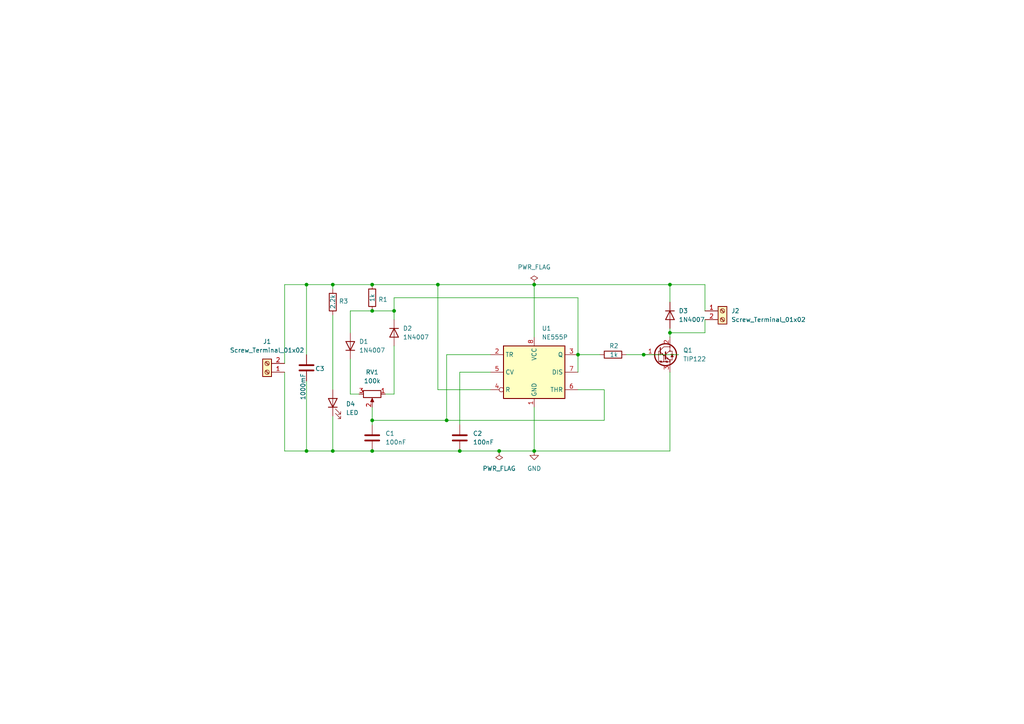
<source format=kicad_sch>
(kicad_sch
	(version 20231120)
	(generator "eeschema")
	(generator_version "8.0")
	(uuid "06879dcc-8450-49b0-a609-0ba0cfd64251")
	(paper "A4")
	(title_block
		(title "DCmotorSpeedController")
		(date "2024-12-21")
		(company "DCE Darbhanga")
		(comment 1 "Drawn by Er. Sujit Kumar")
	)
	(lib_symbols
		(symbol "Connector:Screw_Terminal_01x02"
			(pin_names
				(offset 1.016) hide)
			(exclude_from_sim no)
			(in_bom yes)
			(on_board yes)
			(property "Reference" "J"
				(at 0 2.54 0)
				(effects
					(font
						(size 1.27 1.27)
					)
				)
			)
			(property "Value" "Screw_Terminal_01x02"
				(at 0 -5.08 0)
				(effects
					(font
						(size 1.27 1.27)
					)
				)
			)
			(property "Footprint" ""
				(at 0 0 0)
				(effects
					(font
						(size 1.27 1.27)
					)
					(hide yes)
				)
			)
			(property "Datasheet" "~"
				(at 0 0 0)
				(effects
					(font
						(size 1.27 1.27)
					)
					(hide yes)
				)
			)
			(property "Description" "Generic screw terminal, single row, 01x02, script generated (kicad-library-utils/schlib/autogen/connector/)"
				(at 0 0 0)
				(effects
					(font
						(size 1.27 1.27)
					)
					(hide yes)
				)
			)
			(property "ki_keywords" "screw terminal"
				(at 0 0 0)
				(effects
					(font
						(size 1.27 1.27)
					)
					(hide yes)
				)
			)
			(property "ki_fp_filters" "TerminalBlock*:*"
				(at 0 0 0)
				(effects
					(font
						(size 1.27 1.27)
					)
					(hide yes)
				)
			)
			(symbol "Screw_Terminal_01x02_1_1"
				(rectangle
					(start -1.27 1.27)
					(end 1.27 -3.81)
					(stroke
						(width 0.254)
						(type default)
					)
					(fill
						(type background)
					)
				)
				(circle
					(center 0 -2.54)
					(radius 0.635)
					(stroke
						(width 0.1524)
						(type default)
					)
					(fill
						(type none)
					)
				)
				(polyline
					(pts
						(xy -0.5334 -2.2098) (xy 0.3302 -3.048)
					)
					(stroke
						(width 0.1524)
						(type default)
					)
					(fill
						(type none)
					)
				)
				(polyline
					(pts
						(xy -0.5334 0.3302) (xy 0.3302 -0.508)
					)
					(stroke
						(width 0.1524)
						(type default)
					)
					(fill
						(type none)
					)
				)
				(polyline
					(pts
						(xy -0.3556 -2.032) (xy 0.508 -2.8702)
					)
					(stroke
						(width 0.1524)
						(type default)
					)
					(fill
						(type none)
					)
				)
				(polyline
					(pts
						(xy -0.3556 0.508) (xy 0.508 -0.3302)
					)
					(stroke
						(width 0.1524)
						(type default)
					)
					(fill
						(type none)
					)
				)
				(circle
					(center 0 0)
					(radius 0.635)
					(stroke
						(width 0.1524)
						(type default)
					)
					(fill
						(type none)
					)
				)
				(pin passive line
					(at -5.08 0 0)
					(length 3.81)
					(name "Pin_1"
						(effects
							(font
								(size 1.27 1.27)
							)
						)
					)
					(number "1"
						(effects
							(font
								(size 1.27 1.27)
							)
						)
					)
				)
				(pin passive line
					(at -5.08 -2.54 0)
					(length 3.81)
					(name "Pin_2"
						(effects
							(font
								(size 1.27 1.27)
							)
						)
					)
					(number "2"
						(effects
							(font
								(size 1.27 1.27)
							)
						)
					)
				)
			)
		)
		(symbol "Device:C"
			(pin_numbers hide)
			(pin_names
				(offset 0.254)
			)
			(exclude_from_sim no)
			(in_bom yes)
			(on_board yes)
			(property "Reference" "C"
				(at 0.635 2.54 0)
				(effects
					(font
						(size 1.27 1.27)
					)
					(justify left)
				)
			)
			(property "Value" "C"
				(at 0.635 -2.54 0)
				(effects
					(font
						(size 1.27 1.27)
					)
					(justify left)
				)
			)
			(property "Footprint" ""
				(at 0.9652 -3.81 0)
				(effects
					(font
						(size 1.27 1.27)
					)
					(hide yes)
				)
			)
			(property "Datasheet" "~"
				(at 0 0 0)
				(effects
					(font
						(size 1.27 1.27)
					)
					(hide yes)
				)
			)
			(property "Description" "Unpolarized capacitor"
				(at 0 0 0)
				(effects
					(font
						(size 1.27 1.27)
					)
					(hide yes)
				)
			)
			(property "ki_keywords" "cap capacitor"
				(at 0 0 0)
				(effects
					(font
						(size 1.27 1.27)
					)
					(hide yes)
				)
			)
			(property "ki_fp_filters" "C_*"
				(at 0 0 0)
				(effects
					(font
						(size 1.27 1.27)
					)
					(hide yes)
				)
			)
			(symbol "C_0_1"
				(polyline
					(pts
						(xy -2.032 -0.762) (xy 2.032 -0.762)
					)
					(stroke
						(width 0.508)
						(type default)
					)
					(fill
						(type none)
					)
				)
				(polyline
					(pts
						(xy -2.032 0.762) (xy 2.032 0.762)
					)
					(stroke
						(width 0.508)
						(type default)
					)
					(fill
						(type none)
					)
				)
			)
			(symbol "C_1_1"
				(pin passive line
					(at 0 3.81 270)
					(length 2.794)
					(name "~"
						(effects
							(font
								(size 1.27 1.27)
							)
						)
					)
					(number "1"
						(effects
							(font
								(size 1.27 1.27)
							)
						)
					)
				)
				(pin passive line
					(at 0 -3.81 90)
					(length 2.794)
					(name "~"
						(effects
							(font
								(size 1.27 1.27)
							)
						)
					)
					(number "2"
						(effects
							(font
								(size 1.27 1.27)
							)
						)
					)
				)
			)
		)
		(symbol "Device:LED"
			(pin_numbers hide)
			(pin_names
				(offset 1.016) hide)
			(exclude_from_sim no)
			(in_bom yes)
			(on_board yes)
			(property "Reference" "D"
				(at 0 2.54 0)
				(effects
					(font
						(size 1.27 1.27)
					)
				)
			)
			(property "Value" "LED"
				(at 0 -2.54 0)
				(effects
					(font
						(size 1.27 1.27)
					)
				)
			)
			(property "Footprint" ""
				(at 0 0 0)
				(effects
					(font
						(size 1.27 1.27)
					)
					(hide yes)
				)
			)
			(property "Datasheet" "~"
				(at 0 0 0)
				(effects
					(font
						(size 1.27 1.27)
					)
					(hide yes)
				)
			)
			(property "Description" "Light emitting diode"
				(at 0 0 0)
				(effects
					(font
						(size 1.27 1.27)
					)
					(hide yes)
				)
			)
			(property "ki_keywords" "LED diode"
				(at 0 0 0)
				(effects
					(font
						(size 1.27 1.27)
					)
					(hide yes)
				)
			)
			(property "ki_fp_filters" "LED* LED_SMD:* LED_THT:*"
				(at 0 0 0)
				(effects
					(font
						(size 1.27 1.27)
					)
					(hide yes)
				)
			)
			(symbol "LED_0_1"
				(polyline
					(pts
						(xy -1.27 -1.27) (xy -1.27 1.27)
					)
					(stroke
						(width 0.254)
						(type default)
					)
					(fill
						(type none)
					)
				)
				(polyline
					(pts
						(xy -1.27 0) (xy 1.27 0)
					)
					(stroke
						(width 0)
						(type default)
					)
					(fill
						(type none)
					)
				)
				(polyline
					(pts
						(xy 1.27 -1.27) (xy 1.27 1.27) (xy -1.27 0) (xy 1.27 -1.27)
					)
					(stroke
						(width 0.254)
						(type default)
					)
					(fill
						(type none)
					)
				)
				(polyline
					(pts
						(xy -3.048 -0.762) (xy -4.572 -2.286) (xy -3.81 -2.286) (xy -4.572 -2.286) (xy -4.572 -1.524)
					)
					(stroke
						(width 0)
						(type default)
					)
					(fill
						(type none)
					)
				)
				(polyline
					(pts
						(xy -1.778 -0.762) (xy -3.302 -2.286) (xy -2.54 -2.286) (xy -3.302 -2.286) (xy -3.302 -1.524)
					)
					(stroke
						(width 0)
						(type default)
					)
					(fill
						(type none)
					)
				)
			)
			(symbol "LED_1_1"
				(pin passive line
					(at -3.81 0 0)
					(length 2.54)
					(name "K"
						(effects
							(font
								(size 1.27 1.27)
							)
						)
					)
					(number "1"
						(effects
							(font
								(size 1.27 1.27)
							)
						)
					)
				)
				(pin passive line
					(at 3.81 0 180)
					(length 2.54)
					(name "A"
						(effects
							(font
								(size 1.27 1.27)
							)
						)
					)
					(number "2"
						(effects
							(font
								(size 1.27 1.27)
							)
						)
					)
				)
			)
		)
		(symbol "Device:R"
			(pin_numbers hide)
			(pin_names
				(offset 0)
			)
			(exclude_from_sim no)
			(in_bom yes)
			(on_board yes)
			(property "Reference" "R"
				(at 2.032 0 90)
				(effects
					(font
						(size 1.27 1.27)
					)
				)
			)
			(property "Value" "R"
				(at 0 0 90)
				(effects
					(font
						(size 1.27 1.27)
					)
				)
			)
			(property "Footprint" ""
				(at -1.778 0 90)
				(effects
					(font
						(size 1.27 1.27)
					)
					(hide yes)
				)
			)
			(property "Datasheet" "~"
				(at 0 0 0)
				(effects
					(font
						(size 1.27 1.27)
					)
					(hide yes)
				)
			)
			(property "Description" "Resistor"
				(at 0 0 0)
				(effects
					(font
						(size 1.27 1.27)
					)
					(hide yes)
				)
			)
			(property "ki_keywords" "R res resistor"
				(at 0 0 0)
				(effects
					(font
						(size 1.27 1.27)
					)
					(hide yes)
				)
			)
			(property "ki_fp_filters" "R_*"
				(at 0 0 0)
				(effects
					(font
						(size 1.27 1.27)
					)
					(hide yes)
				)
			)
			(symbol "R_0_1"
				(rectangle
					(start -1.016 -2.54)
					(end 1.016 2.54)
					(stroke
						(width 0.254)
						(type default)
					)
					(fill
						(type none)
					)
				)
			)
			(symbol "R_1_1"
				(pin passive line
					(at 0 3.81 270)
					(length 1.27)
					(name "~"
						(effects
							(font
								(size 1.27 1.27)
							)
						)
					)
					(number "1"
						(effects
							(font
								(size 1.27 1.27)
							)
						)
					)
				)
				(pin passive line
					(at 0 -3.81 90)
					(length 1.27)
					(name "~"
						(effects
							(font
								(size 1.27 1.27)
							)
						)
					)
					(number "2"
						(effects
							(font
								(size 1.27 1.27)
							)
						)
					)
				)
			)
		)
		(symbol "Device:R_Potentiometer"
			(pin_names
				(offset 1.016) hide)
			(exclude_from_sim no)
			(in_bom yes)
			(on_board yes)
			(property "Reference" "RV"
				(at -4.445 0 90)
				(effects
					(font
						(size 1.27 1.27)
					)
				)
			)
			(property "Value" "R_Potentiometer"
				(at -2.54 0 90)
				(effects
					(font
						(size 1.27 1.27)
					)
				)
			)
			(property "Footprint" ""
				(at 0 0 0)
				(effects
					(font
						(size 1.27 1.27)
					)
					(hide yes)
				)
			)
			(property "Datasheet" "~"
				(at 0 0 0)
				(effects
					(font
						(size 1.27 1.27)
					)
					(hide yes)
				)
			)
			(property "Description" "Potentiometer"
				(at 0 0 0)
				(effects
					(font
						(size 1.27 1.27)
					)
					(hide yes)
				)
			)
			(property "ki_keywords" "resistor variable"
				(at 0 0 0)
				(effects
					(font
						(size 1.27 1.27)
					)
					(hide yes)
				)
			)
			(property "ki_fp_filters" "Potentiometer*"
				(at 0 0 0)
				(effects
					(font
						(size 1.27 1.27)
					)
					(hide yes)
				)
			)
			(symbol "R_Potentiometer_0_1"
				(polyline
					(pts
						(xy 2.54 0) (xy 1.524 0)
					)
					(stroke
						(width 0)
						(type default)
					)
					(fill
						(type none)
					)
				)
				(polyline
					(pts
						(xy 1.143 0) (xy 2.286 0.508) (xy 2.286 -0.508) (xy 1.143 0)
					)
					(stroke
						(width 0)
						(type default)
					)
					(fill
						(type outline)
					)
				)
				(rectangle
					(start 1.016 2.54)
					(end -1.016 -2.54)
					(stroke
						(width 0.254)
						(type default)
					)
					(fill
						(type none)
					)
				)
			)
			(symbol "R_Potentiometer_1_1"
				(pin passive line
					(at 0 3.81 270)
					(length 1.27)
					(name "1"
						(effects
							(font
								(size 1.27 1.27)
							)
						)
					)
					(number "1"
						(effects
							(font
								(size 1.27 1.27)
							)
						)
					)
				)
				(pin passive line
					(at 3.81 0 180)
					(length 1.27)
					(name "2"
						(effects
							(font
								(size 1.27 1.27)
							)
						)
					)
					(number "2"
						(effects
							(font
								(size 1.27 1.27)
							)
						)
					)
				)
				(pin passive line
					(at 0 -3.81 90)
					(length 1.27)
					(name "3"
						(effects
							(font
								(size 1.27 1.27)
							)
						)
					)
					(number "3"
						(effects
							(font
								(size 1.27 1.27)
							)
						)
					)
				)
			)
		)
		(symbol "Diode:1N4007"
			(pin_numbers hide)
			(pin_names hide)
			(exclude_from_sim no)
			(in_bom yes)
			(on_board yes)
			(property "Reference" "D"
				(at 0 2.54 0)
				(effects
					(font
						(size 1.27 1.27)
					)
				)
			)
			(property "Value" "1N4007"
				(at 0 -2.54 0)
				(effects
					(font
						(size 1.27 1.27)
					)
				)
			)
			(property "Footprint" "Diode_THT:D_DO-41_SOD81_P10.16mm_Horizontal"
				(at 0 -4.445 0)
				(effects
					(font
						(size 1.27 1.27)
					)
					(hide yes)
				)
			)
			(property "Datasheet" "http://www.vishay.com/docs/88503/1n4001.pdf"
				(at 0 0 0)
				(effects
					(font
						(size 1.27 1.27)
					)
					(hide yes)
				)
			)
			(property "Description" "1000V 1A General Purpose Rectifier Diode, DO-41"
				(at 0 0 0)
				(effects
					(font
						(size 1.27 1.27)
					)
					(hide yes)
				)
			)
			(property "Sim.Device" "D"
				(at 0 0 0)
				(effects
					(font
						(size 1.27 1.27)
					)
					(hide yes)
				)
			)
			(property "Sim.Pins" "1=K 2=A"
				(at 0 0 0)
				(effects
					(font
						(size 1.27 1.27)
					)
					(hide yes)
				)
			)
			(property "ki_keywords" "diode"
				(at 0 0 0)
				(effects
					(font
						(size 1.27 1.27)
					)
					(hide yes)
				)
			)
			(property "ki_fp_filters" "D*DO?41*"
				(at 0 0 0)
				(effects
					(font
						(size 1.27 1.27)
					)
					(hide yes)
				)
			)
			(symbol "1N4007_0_1"
				(polyline
					(pts
						(xy -1.27 1.27) (xy -1.27 -1.27)
					)
					(stroke
						(width 0.254)
						(type default)
					)
					(fill
						(type none)
					)
				)
				(polyline
					(pts
						(xy 1.27 0) (xy -1.27 0)
					)
					(stroke
						(width 0)
						(type default)
					)
					(fill
						(type none)
					)
				)
				(polyline
					(pts
						(xy 1.27 1.27) (xy 1.27 -1.27) (xy -1.27 0) (xy 1.27 1.27)
					)
					(stroke
						(width 0.254)
						(type default)
					)
					(fill
						(type none)
					)
				)
			)
			(symbol "1N4007_1_1"
				(pin passive line
					(at -3.81 0 0)
					(length 2.54)
					(name "K"
						(effects
							(font
								(size 1.27 1.27)
							)
						)
					)
					(number "1"
						(effects
							(font
								(size 1.27 1.27)
							)
						)
					)
				)
				(pin passive line
					(at 3.81 0 180)
					(length 2.54)
					(name "A"
						(effects
							(font
								(size 1.27 1.27)
							)
						)
					)
					(number "2"
						(effects
							(font
								(size 1.27 1.27)
							)
						)
					)
				)
			)
		)
		(symbol "Timer:NE555P"
			(exclude_from_sim no)
			(in_bom yes)
			(on_board yes)
			(property "Reference" "U"
				(at -10.16 8.89 0)
				(effects
					(font
						(size 1.27 1.27)
					)
					(justify left)
				)
			)
			(property "Value" "NE555P"
				(at 2.54 8.89 0)
				(effects
					(font
						(size 1.27 1.27)
					)
					(justify left)
				)
			)
			(property "Footprint" "Package_DIP:DIP-8_W7.62mm"
				(at 16.51 -10.16 0)
				(effects
					(font
						(size 1.27 1.27)
					)
					(hide yes)
				)
			)
			(property "Datasheet" "http://www.ti.com/lit/ds/symlink/ne555.pdf"
				(at 21.59 -10.16 0)
				(effects
					(font
						(size 1.27 1.27)
					)
					(hide yes)
				)
			)
			(property "Description" "Precision Timers, 555 compatible,  PDIP-8"
				(at 0 0 0)
				(effects
					(font
						(size 1.27 1.27)
					)
					(hide yes)
				)
			)
			(property "ki_keywords" "single timer 555"
				(at 0 0 0)
				(effects
					(font
						(size 1.27 1.27)
					)
					(hide yes)
				)
			)
			(property "ki_fp_filters" "DIP*W7.62mm*"
				(at 0 0 0)
				(effects
					(font
						(size 1.27 1.27)
					)
					(hide yes)
				)
			)
			(symbol "NE555P_0_0"
				(pin power_in line
					(at 0 -10.16 90)
					(length 2.54)
					(name "GND"
						(effects
							(font
								(size 1.27 1.27)
							)
						)
					)
					(number "1"
						(effects
							(font
								(size 1.27 1.27)
							)
						)
					)
				)
				(pin power_in line
					(at 0 10.16 270)
					(length 2.54)
					(name "VCC"
						(effects
							(font
								(size 1.27 1.27)
							)
						)
					)
					(number "8"
						(effects
							(font
								(size 1.27 1.27)
							)
						)
					)
				)
			)
			(symbol "NE555P_0_1"
				(rectangle
					(start -8.89 -7.62)
					(end 8.89 7.62)
					(stroke
						(width 0.254)
						(type default)
					)
					(fill
						(type background)
					)
				)
				(rectangle
					(start -8.89 -7.62)
					(end 8.89 7.62)
					(stroke
						(width 0.254)
						(type default)
					)
					(fill
						(type background)
					)
				)
			)
			(symbol "NE555P_1_1"
				(pin input line
					(at -12.7 5.08 0)
					(length 3.81)
					(name "TR"
						(effects
							(font
								(size 1.27 1.27)
							)
						)
					)
					(number "2"
						(effects
							(font
								(size 1.27 1.27)
							)
						)
					)
				)
				(pin output line
					(at 12.7 5.08 180)
					(length 3.81)
					(name "Q"
						(effects
							(font
								(size 1.27 1.27)
							)
						)
					)
					(number "3"
						(effects
							(font
								(size 1.27 1.27)
							)
						)
					)
				)
				(pin input inverted
					(at -12.7 -5.08 0)
					(length 3.81)
					(name "R"
						(effects
							(font
								(size 1.27 1.27)
							)
						)
					)
					(number "4"
						(effects
							(font
								(size 1.27 1.27)
							)
						)
					)
				)
				(pin input line
					(at -12.7 0 0)
					(length 3.81)
					(name "CV"
						(effects
							(font
								(size 1.27 1.27)
							)
						)
					)
					(number "5"
						(effects
							(font
								(size 1.27 1.27)
							)
						)
					)
				)
				(pin input line
					(at 12.7 -5.08 180)
					(length 3.81)
					(name "THR"
						(effects
							(font
								(size 1.27 1.27)
							)
						)
					)
					(number "6"
						(effects
							(font
								(size 1.27 1.27)
							)
						)
					)
				)
				(pin input line
					(at 12.7 0 180)
					(length 3.81)
					(name "DIS"
						(effects
							(font
								(size 1.27 1.27)
							)
						)
					)
					(number "7"
						(effects
							(font
								(size 1.27 1.27)
							)
						)
					)
				)
			)
		)
		(symbol "Transistor_BJT:TIP122"
			(pin_names
				(offset 0) hide)
			(exclude_from_sim no)
			(in_bom yes)
			(on_board yes)
			(property "Reference" "Q"
				(at 5.08 1.905 0)
				(effects
					(font
						(size 1.27 1.27)
					)
					(justify left)
				)
			)
			(property "Value" "TIP122"
				(at 5.08 0 0)
				(effects
					(font
						(size 1.27 1.27)
					)
					(justify left)
				)
			)
			(property "Footprint" "Package_TO_SOT_THT:TO-220-3_Vertical"
				(at 5.08 -1.905 0)
				(effects
					(font
						(size 1.27 1.27)
						(italic yes)
					)
					(justify left)
					(hide yes)
				)
			)
			(property "Datasheet" "https://www.onsemi.com/pub/Collateral/TIP120-D.PDF"
				(at 0 0 0)
				(effects
					(font
						(size 1.27 1.27)
					)
					(justify left)
					(hide yes)
				)
			)
			(property "Description" "5A Ic, 100V Vce, Silicon Darlington Power NPN Transistor, TO-220"
				(at 0 0 0)
				(effects
					(font
						(size 1.27 1.27)
					)
					(hide yes)
				)
			)
			(property "ki_keywords" "Darlington Power NPN Transistor"
				(at 0 0 0)
				(effects
					(font
						(size 1.27 1.27)
					)
					(hide yes)
				)
			)
			(property "ki_fp_filters" "TO?220*"
				(at 0 0 0)
				(effects
					(font
						(size 1.27 1.27)
					)
					(hide yes)
				)
			)
			(symbol "TIP122_0_1"
				(circle
					(center -0.762 0)
					(radius 0.127)
					(stroke
						(width 0)
						(type default)
					)
					(fill
						(type none)
					)
				)
				(polyline
					(pts
						(xy -1.27 0) (xy -0.889 0)
					)
					(stroke
						(width 0)
						(type default)
					)
					(fill
						(type none)
					)
				)
				(polyline
					(pts
						(xy 2.54 -2.032) (xy 2.54 -2.54)
					)
					(stroke
						(width 0)
						(type default)
					)
					(fill
						(type none)
					)
				)
				(polyline
					(pts
						(xy 2.54 -1.524) (xy 3.175 -1.524)
					)
					(stroke
						(width 0)
						(type default)
					)
					(fill
						(type none)
					)
				)
				(polyline
					(pts
						(xy 2.794 0.127) (xy 3.556 0.127)
					)
					(stroke
						(width 0)
						(type default)
					)
					(fill
						(type none)
					)
				)
				(polyline
					(pts
						(xy 3.175 -0.635) (xy 3.175 -1.524)
					)
					(stroke
						(width 0)
						(type default)
					)
					(fill
						(type none)
					)
				)
				(polyline
					(pts
						(xy 3.175 1.016) (xy 2.54 1.016)
					)
					(stroke
						(width 0)
						(type default)
					)
					(fill
						(type none)
					)
				)
				(polyline
					(pts
						(xy 3.175 1.016) (xy 3.175 0.127)
					)
					(stroke
						(width 0)
						(type default)
					)
					(fill
						(type none)
					)
				)
				(polyline
					(pts
						(xy -0.254 0.762) (xy 0.762 -0.254) (xy 1.27 -0.254)
					)
					(stroke
						(width 0)
						(type default)
					)
					(fill
						(type none)
					)
				)
				(polyline
					(pts
						(xy -0.254 1.016) (xy -0.762 1.016) (xy -0.762 -2.032)
					)
					(stroke
						(width 0)
						(type default)
					)
					(fill
						(type none)
					)
				)
				(polyline
					(pts
						(xy -0.254 1.27) (xy 0.762 2.286) (xy 2.54 2.286)
					)
					(stroke
						(width 0)
						(type default)
					)
					(fill
						(type none)
					)
				)
				(polyline
					(pts
						(xy -0.254 2.032) (xy -0.254 0) (xy -0.254 0)
					)
					(stroke
						(width 0.3048)
						(type default)
					)
					(fill
						(type none)
					)
				)
				(polyline
					(pts
						(xy 1.27 0.762) (xy 1.27 -1.27) (xy 1.27 -1.27)
					)
					(stroke
						(width 0.381)
						(type default)
					)
					(fill
						(type none)
					)
				)
				(polyline
					(pts
						(xy 0.635 -0.127) (xy 0.381 0.381) (xy 0.127 0.127) (xy 0.635 -0.127)
					)
					(stroke
						(width 0)
						(type default)
					)
					(fill
						(type none)
					)
				)
				(polyline
					(pts
						(xy 1.27 -0.508) (xy 2.286 -1.524) (xy 2.54 -1.524) (xy 2.54 -2.032)
					)
					(stroke
						(width 0)
						(type default)
					)
					(fill
						(type none)
					)
				)
				(polyline
					(pts
						(xy 1.27 0) (xy 2.286 1.016) (xy 2.54 1.016) (xy 2.54 2.286)
					)
					(stroke
						(width 0)
						(type default)
					)
					(fill
						(type none)
					)
				)
				(polyline
					(pts
						(xy 2.159 -1.397) (xy 1.905 -0.889) (xy 1.651 -1.143) (xy 2.159 -1.397)
					)
					(stroke
						(width 0)
						(type default)
					)
					(fill
						(type none)
					)
				)
				(polyline
					(pts
						(xy 3.175 0.127) (xy 2.794 -0.635) (xy 3.556 -0.635) (xy 3.175 0.127)
					)
					(stroke
						(width 0)
						(type default)
					)
					(fill
						(type outline)
					)
				)
				(polyline
					(pts
						(xy 0.762 -2.032) (xy 0.381 -2.032) (xy 0.254 -2.286) (xy 0.127 -1.778) (xy 0 -2.286) (xy -0.127 -1.778)
						(xy -0.254 -2.286) (xy -0.381 -1.778) (xy -0.508 -2.032) (xy -0.762 -2.032)
					)
					(stroke
						(width 0)
						(type default)
					)
					(fill
						(type none)
					)
				)
				(polyline
					(pts
						(xy 0.762 -0.254) (xy 0.762 -2.032) (xy 1.143 -2.032) (xy 1.27 -1.778) (xy 1.397 -2.286) (xy 1.524 -1.778)
						(xy 1.651 -2.286) (xy 1.778 -1.778) (xy 1.905 -2.286) (xy 2.032 -2.032) (xy 2.54 -2.032)
					)
					(stroke
						(width 0)
						(type default)
					)
					(fill
						(type none)
					)
				)
				(circle
					(center 0.762 -2.032)
					(radius 0.127)
					(stroke
						(width 0)
						(type default)
					)
					(fill
						(type none)
					)
				)
				(circle
					(center 0.762 -0.254)
					(radius 0.127)
					(stroke
						(width 0)
						(type default)
					)
					(fill
						(type none)
					)
				)
				(circle
					(center 1.27 0)
					(radius 3.175)
					(stroke
						(width 0.3556)
						(type default)
					)
					(fill
						(type none)
					)
				)
				(circle
					(center 2.54 -2.032)
					(radius 0.127)
					(stroke
						(width 0)
						(type default)
					)
					(fill
						(type none)
					)
				)
				(circle
					(center 2.54 -1.524)
					(radius 0.127)
					(stroke
						(width 0)
						(type default)
					)
					(fill
						(type none)
					)
				)
				(circle
					(center 2.54 1.016)
					(radius 0.127)
					(stroke
						(width 0)
						(type default)
					)
					(fill
						(type none)
					)
				)
				(circle
					(center 2.54 2.286)
					(radius 0.127)
					(stroke
						(width 0)
						(type default)
					)
					(fill
						(type none)
					)
				)
			)
			(symbol "TIP122_1_1"
				(pin input line
					(at -5.08 0 0)
					(length 3.81)
					(name "B"
						(effects
							(font
								(size 1.27 1.27)
							)
						)
					)
					(number "1"
						(effects
							(font
								(size 1.27 1.27)
							)
						)
					)
				)
				(pin passive line
					(at 2.54 5.08 270)
					(length 2.667)
					(name "C"
						(effects
							(font
								(size 1.27 1.27)
							)
						)
					)
					(number "2"
						(effects
							(font
								(size 1.27 1.27)
							)
						)
					)
				)
				(pin passive line
					(at 2.54 -5.08 90)
					(length 2.54)
					(name "E"
						(effects
							(font
								(size 1.27 1.27)
							)
						)
					)
					(number "3"
						(effects
							(font
								(size 1.27 1.27)
							)
						)
					)
				)
			)
		)
		(symbol "power:GND"
			(power)
			(pin_numbers hide)
			(pin_names
				(offset 0) hide)
			(exclude_from_sim no)
			(in_bom yes)
			(on_board yes)
			(property "Reference" "#PWR"
				(at 0 -6.35 0)
				(effects
					(font
						(size 1.27 1.27)
					)
					(hide yes)
				)
			)
			(property "Value" "GND"
				(at 0 -3.81 0)
				(effects
					(font
						(size 1.27 1.27)
					)
				)
			)
			(property "Footprint" ""
				(at 0 0 0)
				(effects
					(font
						(size 1.27 1.27)
					)
					(hide yes)
				)
			)
			(property "Datasheet" ""
				(at 0 0 0)
				(effects
					(font
						(size 1.27 1.27)
					)
					(hide yes)
				)
			)
			(property "Description" "Power symbol creates a global label with name \"GND\" , ground"
				(at 0 0 0)
				(effects
					(font
						(size 1.27 1.27)
					)
					(hide yes)
				)
			)
			(property "ki_keywords" "global power"
				(at 0 0 0)
				(effects
					(font
						(size 1.27 1.27)
					)
					(hide yes)
				)
			)
			(symbol "GND_0_1"
				(polyline
					(pts
						(xy 0 0) (xy 0 -1.27) (xy 1.27 -1.27) (xy 0 -2.54) (xy -1.27 -1.27) (xy 0 -1.27)
					)
					(stroke
						(width 0)
						(type default)
					)
					(fill
						(type none)
					)
				)
			)
			(symbol "GND_1_1"
				(pin power_in line
					(at 0 0 270)
					(length 0)
					(name "~"
						(effects
							(font
								(size 1.27 1.27)
							)
						)
					)
					(number "1"
						(effects
							(font
								(size 1.27 1.27)
							)
						)
					)
				)
			)
		)
		(symbol "power:PWR_FLAG"
			(power)
			(pin_numbers hide)
			(pin_names
				(offset 0) hide)
			(exclude_from_sim no)
			(in_bom yes)
			(on_board yes)
			(property "Reference" "#FLG"
				(at 0 1.905 0)
				(effects
					(font
						(size 1.27 1.27)
					)
					(hide yes)
				)
			)
			(property "Value" "PWR_FLAG"
				(at 0 3.81 0)
				(effects
					(font
						(size 1.27 1.27)
					)
				)
			)
			(property "Footprint" ""
				(at 0 0 0)
				(effects
					(font
						(size 1.27 1.27)
					)
					(hide yes)
				)
			)
			(property "Datasheet" "~"
				(at 0 0 0)
				(effects
					(font
						(size 1.27 1.27)
					)
					(hide yes)
				)
			)
			(property "Description" "Special symbol for telling ERC where power comes from"
				(at 0 0 0)
				(effects
					(font
						(size 1.27 1.27)
					)
					(hide yes)
				)
			)
			(property "ki_keywords" "flag power"
				(at 0 0 0)
				(effects
					(font
						(size 1.27 1.27)
					)
					(hide yes)
				)
			)
			(symbol "PWR_FLAG_0_0"
				(pin power_out line
					(at 0 0 90)
					(length 0)
					(name "~"
						(effects
							(font
								(size 1.27 1.27)
							)
						)
					)
					(number "1"
						(effects
							(font
								(size 1.27 1.27)
							)
						)
					)
				)
			)
			(symbol "PWR_FLAG_0_1"
				(polyline
					(pts
						(xy 0 0) (xy 0 1.27) (xy -1.016 1.905) (xy 0 2.54) (xy 1.016 1.905) (xy 0 1.27)
					)
					(stroke
						(width 0)
						(type default)
					)
					(fill
						(type none)
					)
				)
			)
		)
	)
	(junction
		(at 154.94 82.55)
		(diameter 0)
		(color 0 0 0 0)
		(uuid "20b63d65-0178-49ae-b850-745e28c7b7f3")
	)
	(junction
		(at 186.69 102.87)
		(diameter 0)
		(color 0 0 0 0)
		(uuid "2d108bb7-2983-47e5-bdc0-217bce600be2")
	)
	(junction
		(at 127 82.55)
		(diameter 0)
		(color 0 0 0 0)
		(uuid "2ec592bc-2b12-47fe-a9c2-c1e2da3d4bb4")
	)
	(junction
		(at 88.9 130.81)
		(diameter 0)
		(color 0 0 0 0)
		(uuid "340b4e29-635e-4816-b761-93916fadb5af")
	)
	(junction
		(at 144.78 130.81)
		(diameter 0)
		(color 0 0 0 0)
		(uuid "38d2df06-f148-4e8a-9abb-1222788afbc7")
	)
	(junction
		(at 96.52 82.55)
		(diameter 0)
		(color 0 0 0 0)
		(uuid "41d85732-5671-4952-a8fc-3f297b058eb2")
	)
	(junction
		(at 107.95 90.17)
		(diameter 0)
		(color 0 0 0 0)
		(uuid "5862e30e-2196-47d4-9338-5fee988af6c5")
	)
	(junction
		(at 107.95 82.55)
		(diameter 0)
		(color 0 0 0 0)
		(uuid "6b80e2a4-fe96-46d1-a7d0-22374fbe4775")
	)
	(junction
		(at 194.31 96.52)
		(diameter 0)
		(color 0 0 0 0)
		(uuid "85768917-5b68-48df-97fe-f8d4557323ac")
	)
	(junction
		(at 96.52 130.81)
		(diameter 0)
		(color 0 0 0 0)
		(uuid "91ba3e83-8cca-40c5-b67b-8861a7906f0e")
	)
	(junction
		(at 114.3 90.17)
		(diameter 0)
		(color 0 0 0 0)
		(uuid "92e0bc36-edeb-49f7-ba6e-c7c323062c37")
	)
	(junction
		(at 107.95 130.81)
		(diameter 0)
		(color 0 0 0 0)
		(uuid "abdb8eaa-a7c7-430c-8365-4b1228c0dbfc")
	)
	(junction
		(at 129.54 121.92)
		(diameter 0)
		(color 0 0 0 0)
		(uuid "baac0da8-7d6f-4fde-8283-f67a6c8fa678")
	)
	(junction
		(at 194.31 82.55)
		(diameter 0)
		(color 0 0 0 0)
		(uuid "c5ff5d11-9836-46d7-bff1-5ff77d1c378d")
	)
	(junction
		(at 133.35 130.81)
		(diameter 0)
		(color 0 0 0 0)
		(uuid "c9e53f94-750f-4d6d-a14a-7127c011ba35")
	)
	(junction
		(at 154.94 130.81)
		(diameter 0)
		(color 0 0 0 0)
		(uuid "d11f694a-fd7a-4758-bb40-748c6ec94d5c")
	)
	(junction
		(at 107.95 121.92)
		(diameter 0)
		(color 0 0 0 0)
		(uuid "dc54b66e-b798-4f0b-a80c-c85da299e48e")
	)
	(junction
		(at 88.9 82.55)
		(diameter 0)
		(color 0 0 0 0)
		(uuid "e9198cec-5362-49a6-bbbf-79e75773cdb3")
	)
	(junction
		(at 167.64 102.87)
		(diameter 0)
		(color 0 0 0 0)
		(uuid "efd6be40-5664-4d46-8f9b-0d5ea481c03f")
	)
	(wire
		(pts
			(xy 194.31 96.52) (xy 204.47 96.52)
		)
		(stroke
			(width 0)
			(type default)
		)
		(uuid "0309d0bd-9b69-4d82-8480-376efc8b3aea")
	)
	(wire
		(pts
			(xy 167.64 102.87) (xy 173.99 102.87)
		)
		(stroke
			(width 0)
			(type default)
		)
		(uuid "045738b5-2d3c-4ed8-bd81-0b086e7df4fe")
	)
	(wire
		(pts
			(xy 88.9 110.49) (xy 88.9 130.81)
		)
		(stroke
			(width 0)
			(type default)
		)
		(uuid "055b692e-d7bc-41e8-9c16-5a170ad66ff2")
	)
	(wire
		(pts
			(xy 88.9 82.55) (xy 96.52 82.55)
		)
		(stroke
			(width 0)
			(type default)
		)
		(uuid "05b3cd55-022c-4336-b7af-c3be4c8e2337")
	)
	(wire
		(pts
			(xy 142.24 107.95) (xy 133.35 107.95)
		)
		(stroke
			(width 0)
			(type default)
		)
		(uuid "08e6d4c7-3d6b-4c59-96d2-a70d996591d6")
	)
	(wire
		(pts
			(xy 194.31 82.55) (xy 204.47 82.55)
		)
		(stroke
			(width 0)
			(type default)
		)
		(uuid "0cba9c9b-1f20-4463-95a0-8a466959525c")
	)
	(wire
		(pts
			(xy 88.9 130.81) (xy 96.52 130.81)
		)
		(stroke
			(width 0)
			(type default)
		)
		(uuid "1820e0a3-e83f-49cf-969d-96d8a6fc1400")
	)
	(wire
		(pts
			(xy 101.6 114.3) (xy 101.6 104.14)
		)
		(stroke
			(width 0)
			(type default)
		)
		(uuid "1a57af68-4624-4f86-9d25-a859cf686664")
	)
	(wire
		(pts
			(xy 107.95 82.55) (xy 127 82.55)
		)
		(stroke
			(width 0)
			(type default)
		)
		(uuid "1b21b75e-8bea-4d0c-b48e-6ed230ff2b3b")
	)
	(wire
		(pts
			(xy 154.94 118.11) (xy 154.94 130.81)
		)
		(stroke
			(width 0)
			(type default)
		)
		(uuid "2c2afa56-832d-49bf-92d5-6ebb2b523240")
	)
	(wire
		(pts
			(xy 194.31 96.52) (xy 194.31 97.79)
		)
		(stroke
			(width 0)
			(type default)
		)
		(uuid "2c5ae453-b78f-40fe-9f74-9571be08678c")
	)
	(wire
		(pts
			(xy 181.61 102.87) (xy 186.69 102.87)
		)
		(stroke
			(width 0)
			(type default)
		)
		(uuid "33e8b5c4-24f0-47a2-a5cc-9c32eae53fbb")
	)
	(wire
		(pts
			(xy 133.35 107.95) (xy 133.35 123.19)
		)
		(stroke
			(width 0)
			(type default)
		)
		(uuid "434b1f47-4244-48f8-b7c2-c742b5f5d555")
	)
	(wire
		(pts
			(xy 194.31 87.63) (xy 194.31 82.55)
		)
		(stroke
			(width 0)
			(type default)
		)
		(uuid "4583c10b-630f-4723-8dd6-946dbf35ee22")
	)
	(wire
		(pts
			(xy 107.95 130.81) (xy 133.35 130.81)
		)
		(stroke
			(width 0)
			(type default)
		)
		(uuid "4ecf11c8-3b58-44bd-b35f-8c6d951a85de")
	)
	(wire
		(pts
			(xy 107.95 90.17) (xy 114.3 90.17)
		)
		(stroke
			(width 0)
			(type default)
		)
		(uuid "538a1abf-6956-454a-a8c4-926c4fff9c67")
	)
	(wire
		(pts
			(xy 194.31 130.81) (xy 154.94 130.81)
		)
		(stroke
			(width 0)
			(type default)
		)
		(uuid "547a9093-b6da-4a89-ad0b-502ee6d475c9")
	)
	(wire
		(pts
			(xy 127 82.55) (xy 127 113.03)
		)
		(stroke
			(width 0)
			(type default)
		)
		(uuid "610a1cef-7f1e-4904-b267-85b02afeb47b")
	)
	(wire
		(pts
			(xy 194.31 95.25) (xy 194.31 96.52)
		)
		(stroke
			(width 0)
			(type default)
		)
		(uuid "6132642d-11fe-4ddf-a172-4dcad057d471")
	)
	(wire
		(pts
			(xy 114.3 86.36) (xy 114.3 90.17)
		)
		(stroke
			(width 0)
			(type default)
		)
		(uuid "64ec2e76-899a-45a5-9eea-ca3f81387c17")
	)
	(wire
		(pts
			(xy 114.3 114.3) (xy 114.3 100.33)
		)
		(stroke
			(width 0)
			(type default)
		)
		(uuid "64f41d83-3082-46d0-8f21-6e46867c387f")
	)
	(wire
		(pts
			(xy 129.54 102.87) (xy 129.54 121.92)
		)
		(stroke
			(width 0)
			(type default)
		)
		(uuid "6f6344ad-f37a-49e4-9739-3fe37af74e48")
	)
	(wire
		(pts
			(xy 82.55 107.95) (xy 82.55 130.81)
		)
		(stroke
			(width 0)
			(type default)
		)
		(uuid "72ee3e84-eaa7-4981-a398-033f13531f06")
	)
	(wire
		(pts
			(xy 114.3 114.3) (xy 111.76 114.3)
		)
		(stroke
			(width 0)
			(type default)
		)
		(uuid "73dbbf30-4ec5-4ce8-b4a9-98d28613fa06")
	)
	(wire
		(pts
			(xy 175.26 121.92) (xy 175.26 113.03)
		)
		(stroke
			(width 0)
			(type default)
		)
		(uuid "76ec73d5-fb45-4bff-8615-52aaad535f51")
	)
	(wire
		(pts
			(xy 96.52 120.65) (xy 96.52 130.81)
		)
		(stroke
			(width 0)
			(type default)
		)
		(uuid "79a68468-1f48-43d7-9900-d7b5a81a41d6")
	)
	(wire
		(pts
			(xy 194.31 107.95) (xy 194.31 130.81)
		)
		(stroke
			(width 0)
			(type default)
		)
		(uuid "7d490da9-103c-4a13-9947-7e3bb19092cb")
	)
	(wire
		(pts
			(xy 129.54 121.92) (xy 175.26 121.92)
		)
		(stroke
			(width 0)
			(type default)
		)
		(uuid "7f1f8cf4-c484-4739-942a-f55ce8319aea")
	)
	(wire
		(pts
			(xy 127 113.03) (xy 142.24 113.03)
		)
		(stroke
			(width 0)
			(type default)
		)
		(uuid "7f380dd2-a826-4f12-8f37-76bb7c354644")
	)
	(wire
		(pts
			(xy 96.52 82.55) (xy 96.52 83.82)
		)
		(stroke
			(width 0)
			(type default)
		)
		(uuid "84eecd5c-abd3-4549-952e-9140867777a8")
	)
	(wire
		(pts
			(xy 204.47 90.17) (xy 204.47 82.55)
		)
		(stroke
			(width 0)
			(type default)
		)
		(uuid "85faf698-1303-4355-9a0e-b84314c1e347")
	)
	(wire
		(pts
			(xy 194.31 82.55) (xy 154.94 82.55)
		)
		(stroke
			(width 0)
			(type default)
		)
		(uuid "88df223c-de72-4a19-a3ae-a90e8bfc8206")
	)
	(wire
		(pts
			(xy 154.94 82.55) (xy 127 82.55)
		)
		(stroke
			(width 0)
			(type default)
		)
		(uuid "8ac0e628-49ff-4858-add5-19c324b7e0ca")
	)
	(wire
		(pts
			(xy 82.55 105.41) (xy 82.55 82.55)
		)
		(stroke
			(width 0)
			(type default)
		)
		(uuid "8efb529b-ca6c-41db-85c2-f8ba87806cfb")
	)
	(wire
		(pts
			(xy 144.78 130.81) (xy 133.35 130.81)
		)
		(stroke
			(width 0)
			(type default)
		)
		(uuid "928e3a9c-2ba4-4322-95f0-a998138161ec")
	)
	(wire
		(pts
			(xy 104.14 114.3) (xy 101.6 114.3)
		)
		(stroke
			(width 0)
			(type default)
		)
		(uuid "95fde8c9-cb76-4255-baeb-7de12898c6d8")
	)
	(wire
		(pts
			(xy 167.64 86.36) (xy 114.3 86.36)
		)
		(stroke
			(width 0)
			(type default)
		)
		(uuid "9889de1c-83ef-4b0f-8b0d-8d386b40cc9f")
	)
	(wire
		(pts
			(xy 101.6 96.52) (xy 101.6 90.17)
		)
		(stroke
			(width 0)
			(type default)
		)
		(uuid "9bc44c28-d008-4fab-8e03-37ff27daf9b5")
	)
	(wire
		(pts
			(xy 82.55 82.55) (xy 88.9 82.55)
		)
		(stroke
			(width 0)
			(type default)
		)
		(uuid "9df4419e-db5d-467c-bc49-03b23e9bd824")
	)
	(wire
		(pts
			(xy 154.94 130.81) (xy 144.78 130.81)
		)
		(stroke
			(width 0)
			(type default)
		)
		(uuid "a31a6f3c-d91a-4f0e-8a79-dabd03b61ab4")
	)
	(wire
		(pts
			(xy 82.55 130.81) (xy 88.9 130.81)
		)
		(stroke
			(width 0)
			(type default)
		)
		(uuid "af202ca5-467f-4c3c-b573-74331782a8ff")
	)
	(wire
		(pts
			(xy 96.52 130.81) (xy 107.95 130.81)
		)
		(stroke
			(width 0)
			(type default)
		)
		(uuid "b1725af2-b7da-4a4d-b805-e7a6cd2648c8")
	)
	(wire
		(pts
			(xy 154.94 97.79) (xy 154.94 82.55)
		)
		(stroke
			(width 0)
			(type default)
		)
		(uuid "b2845cc0-bca5-4d68-813c-fa4478a6c183")
	)
	(wire
		(pts
			(xy 107.95 121.92) (xy 107.95 123.19)
		)
		(stroke
			(width 0)
			(type default)
		)
		(uuid "bb54d2da-b0c4-4ece-8fe2-3a5d8e62f6e2")
	)
	(wire
		(pts
			(xy 167.64 102.87) (xy 167.64 86.36)
		)
		(stroke
			(width 0)
			(type default)
		)
		(uuid "bb9a3db5-7f15-41b4-b7f3-f8545c9c221a")
	)
	(wire
		(pts
			(xy 96.52 82.55) (xy 107.95 82.55)
		)
		(stroke
			(width 0)
			(type default)
		)
		(uuid "bc42d8a3-9ece-44f2-ad92-551697bdb0fe")
	)
	(wire
		(pts
			(xy 175.26 113.03) (xy 167.64 113.03)
		)
		(stroke
			(width 0)
			(type default)
		)
		(uuid "bd154599-a8d8-421e-815f-7cd0427b35ce")
	)
	(wire
		(pts
			(xy 101.6 90.17) (xy 107.95 90.17)
		)
		(stroke
			(width 0)
			(type default)
		)
		(uuid "c861ba92-5964-4ac3-aaed-cda284f78d69")
	)
	(wire
		(pts
			(xy 107.95 118.11) (xy 107.95 121.92)
		)
		(stroke
			(width 0)
			(type default)
		)
		(uuid "cbadb835-7af2-411b-976c-39bf75429cd8")
	)
	(wire
		(pts
			(xy 96.52 91.44) (xy 96.52 113.03)
		)
		(stroke
			(width 0)
			(type default)
		)
		(uuid "cf7bb2d5-9ae3-416f-a384-12515bfa79e4")
	)
	(wire
		(pts
			(xy 186.69 102.87) (xy 196.85 102.87)
		)
		(stroke
			(width 0)
			(type default)
		)
		(uuid "d79a3d17-05e8-42ad-bdb8-7995ac8fbbd4")
	)
	(wire
		(pts
			(xy 204.47 92.71) (xy 204.47 96.52)
		)
		(stroke
			(width 0)
			(type default)
		)
		(uuid "d8d37174-255e-495b-b34c-c708448bf7b8")
	)
	(wire
		(pts
			(xy 88.9 82.55) (xy 88.9 102.87)
		)
		(stroke
			(width 0)
			(type default)
		)
		(uuid "d8e5ff49-fd9a-4c05-be78-3daa785d8563")
	)
	(wire
		(pts
			(xy 107.95 121.92) (xy 129.54 121.92)
		)
		(stroke
			(width 0)
			(type default)
		)
		(uuid "e2c4dff7-bc8f-4858-a13c-3dbe6ee23ced")
	)
	(wire
		(pts
			(xy 142.24 102.87) (xy 129.54 102.87)
		)
		(stroke
			(width 0)
			(type default)
		)
		(uuid "e79c945c-f8a6-43da-a92b-baabe7529985")
	)
	(wire
		(pts
			(xy 114.3 90.17) (xy 114.3 92.71)
		)
		(stroke
			(width 0)
			(type default)
		)
		(uuid "f67fcc27-3e8a-4dfc-97b3-3169363dbb2c")
	)
	(wire
		(pts
			(xy 167.64 107.95) (xy 167.64 102.87)
		)
		(stroke
			(width 0)
			(type default)
		)
		(uuid "f8e50c24-e075-4d5d-a04a-7ad4d8b05c1f")
	)
	(symbol
		(lib_id "Connector:Screw_Terminal_01x02")
		(at 209.55 90.17 0)
		(unit 1)
		(exclude_from_sim no)
		(in_bom yes)
		(on_board yes)
		(dnp no)
		(fields_autoplaced yes)
		(uuid "09dab580-a911-475c-9c63-218b84566d2b")
		(property "Reference" "J2"
			(at 212.09 90.1699 0)
			(effects
				(font
					(size 1.27 1.27)
				)
				(justify left)
			)
		)
		(property "Value" "Screw_Terminal_01x02"
			(at 212.09 92.7099 0)
			(effects
				(font
					(size 1.27 1.27)
				)
				(justify left)
			)
		)
		(property "Footprint" "TerminalBlock:TerminalBlock_bornier-2_P5.08mm"
			(at 209.55 90.17 0)
			(effects
				(font
					(size 1.27 1.27)
				)
				(hide yes)
			)
		)
		(property "Datasheet" "~"
			(at 209.55 90.17 0)
			(effects
				(font
					(size 1.27 1.27)
				)
				(hide yes)
			)
		)
		(property "Description" "Generic screw terminal, single row, 01x02, script generated (kicad-library-utils/schlib/autogen/connector/)"
			(at 209.55 90.17 0)
			(effects
				(font
					(size 1.27 1.27)
				)
				(hide yes)
			)
		)
		(pin "1"
			(uuid "ef11c926-198c-4f08-b71a-4f61d22c4c25")
		)
		(pin "2"
			(uuid "3d9ff402-8129-417c-adec-faeb5732beec")
		)
		(instances
			(project ""
				(path "/06879dcc-8450-49b0-a609-0ba0cfd64251"
					(reference "J2")
					(unit 1)
				)
			)
		)
	)
	(symbol
		(lib_id "power:PWR_FLAG")
		(at 144.78 130.81 180)
		(unit 1)
		(exclude_from_sim no)
		(in_bom yes)
		(on_board yes)
		(dnp no)
		(fields_autoplaced yes)
		(uuid "1ba39a09-6efe-4cb6-a41f-4e200981a59d")
		(property "Reference" "#FLG01"
			(at 144.78 132.715 0)
			(effects
				(font
					(size 1.27 1.27)
				)
				(hide yes)
			)
		)
		(property "Value" "PWR_FLAG"
			(at 144.78 135.89 0)
			(effects
				(font
					(size 1.27 1.27)
				)
			)
		)
		(property "Footprint" ""
			(at 144.78 130.81 0)
			(effects
				(font
					(size 1.27 1.27)
				)
				(hide yes)
			)
		)
		(property "Datasheet" "~"
			(at 144.78 130.81 0)
			(effects
				(font
					(size 1.27 1.27)
				)
				(hide yes)
			)
		)
		(property "Description" "Special symbol for telling ERC where power comes from"
			(at 144.78 130.81 0)
			(effects
				(font
					(size 1.27 1.27)
				)
				(hide yes)
			)
		)
		(pin "1"
			(uuid "6ab21e4c-6350-4e3d-b325-23a1ce0de441")
		)
		(instances
			(project ""
				(path "/06879dcc-8450-49b0-a609-0ba0cfd64251"
					(reference "#FLG01")
					(unit 1)
				)
			)
		)
	)
	(symbol
		(lib_id "Timer:NE555P")
		(at 154.94 107.95 0)
		(unit 1)
		(exclude_from_sim no)
		(in_bom yes)
		(on_board yes)
		(dnp no)
		(fields_autoplaced yes)
		(uuid "3bd71caa-a550-48f7-8ed3-9a1a8bb453c6")
		(property "Reference" "U1"
			(at 157.1341 95.25 0)
			(effects
				(font
					(size 1.27 1.27)
				)
				(justify left)
			)
		)
		(property "Value" "NE555P"
			(at 157.1341 97.79 0)
			(effects
				(font
					(size 1.27 1.27)
				)
				(justify left)
			)
		)
		(property "Footprint" "Package_DIP:DIP-8_W7.62mm"
			(at 171.45 118.11 0)
			(effects
				(font
					(size 1.27 1.27)
				)
				(hide yes)
			)
		)
		(property "Datasheet" "http://www.ti.com/lit/ds/symlink/ne555.pdf"
			(at 176.53 118.11 0)
			(effects
				(font
					(size 1.27 1.27)
				)
				(hide yes)
			)
		)
		(property "Description" "Precision Timers, 555 compatible,  PDIP-8"
			(at 154.94 107.95 0)
			(effects
				(font
					(size 1.27 1.27)
				)
				(hide yes)
			)
		)
		(pin "5"
			(uuid "4c4b6dad-2c1e-4a51-8222-1e9c37115491")
		)
		(pin "2"
			(uuid "3983cd12-6823-48d3-ba12-565657b68525")
		)
		(pin "1"
			(uuid "a57f4ca3-7cc0-4bae-8397-c3ef024cb01f")
		)
		(pin "8"
			(uuid "439c2f7e-e5f9-4ffa-85a8-e30323c779d7")
		)
		(pin "6"
			(uuid "addab2df-a6c3-4318-b7d9-05b9abf1bc9b")
		)
		(pin "3"
			(uuid "36566474-44a4-49d6-830d-53c210410a1b")
		)
		(pin "7"
			(uuid "429d27a6-59b7-470c-9a14-994a9fb221d2")
		)
		(pin "4"
			(uuid "2e75dfa6-f883-4b08-9f39-a54c7c3864dd")
		)
		(instances
			(project ""
				(path "/06879dcc-8450-49b0-a609-0ba0cfd64251"
					(reference "U1")
					(unit 1)
				)
			)
		)
	)
	(symbol
		(lib_id "Device:C")
		(at 133.35 127 0)
		(unit 1)
		(exclude_from_sim no)
		(in_bom yes)
		(on_board yes)
		(dnp no)
		(fields_autoplaced yes)
		(uuid "55c366e2-78fd-412c-ab2d-f6853c722afa")
		(property "Reference" "C2"
			(at 137.16 125.7299 0)
			(effects
				(font
					(size 1.27 1.27)
				)
				(justify left)
			)
		)
		(property "Value" "100nF"
			(at 137.16 128.2699 0)
			(effects
				(font
					(size 1.27 1.27)
				)
				(justify left)
			)
		)
		(property "Footprint" "Capacitor_THT:C_Disc_D4.7mm_W2.5mm_P5.00mm"
			(at 134.3152 130.81 0)
			(effects
				(font
					(size 1.27 1.27)
				)
				(hide yes)
			)
		)
		(property "Datasheet" "~"
			(at 133.35 127 0)
			(effects
				(font
					(size 1.27 1.27)
				)
				(hide yes)
			)
		)
		(property "Description" "Unpolarized capacitor"
			(at 133.35 127 0)
			(effects
				(font
					(size 1.27 1.27)
				)
				(hide yes)
			)
		)
		(pin "2"
			(uuid "792a8805-1e49-49f3-adc3-c84f78cb8d44")
		)
		(pin "1"
			(uuid "98d80600-1d63-42df-ad47-f13d9387382f")
		)
		(instances
			(project ""
				(path "/06879dcc-8450-49b0-a609-0ba0cfd64251"
					(reference "C2")
					(unit 1)
				)
			)
		)
	)
	(symbol
		(lib_id "Device:C")
		(at 107.95 127 0)
		(unit 1)
		(exclude_from_sim no)
		(in_bom yes)
		(on_board yes)
		(dnp no)
		(fields_autoplaced yes)
		(uuid "58adc1d8-7565-4405-a96d-55538ed55020")
		(property "Reference" "C1"
			(at 111.76 125.7299 0)
			(effects
				(font
					(size 1.27 1.27)
				)
				(justify left)
			)
		)
		(property "Value" "100nF"
			(at 111.76 128.2699 0)
			(effects
				(font
					(size 1.27 1.27)
				)
				(justify left)
			)
		)
		(property "Footprint" "Capacitor_THT:C_Disc_D4.7mm_W2.5mm_P5.00mm"
			(at 108.9152 130.81 0)
			(effects
				(font
					(size 1.27 1.27)
				)
				(hide yes)
			)
		)
		(property "Datasheet" "~"
			(at 107.95 127 0)
			(effects
				(font
					(size 1.27 1.27)
				)
				(hide yes)
			)
		)
		(property "Description" "Unpolarized capacitor"
			(at 107.95 127 0)
			(effects
				(font
					(size 1.27 1.27)
				)
				(hide yes)
			)
		)
		(pin "2"
			(uuid "d103dfe2-f30c-4f59-b94d-4ee58af0e0e4")
		)
		(pin "1"
			(uuid "68df2cdd-ca17-42fe-9b46-e900dfc68cf5")
		)
		(instances
			(project ""
				(path "/06879dcc-8450-49b0-a609-0ba0cfd64251"
					(reference "C1")
					(unit 1)
				)
			)
		)
	)
	(symbol
		(lib_id "Device:R")
		(at 96.52 87.63 0)
		(unit 1)
		(exclude_from_sim no)
		(in_bom yes)
		(on_board yes)
		(dnp no)
		(uuid "6dd14e42-4530-462a-9a0c-db3c0742614b")
		(property "Reference" "R3"
			(at 98.298 87.376 0)
			(effects
				(font
					(size 1.27 1.27)
				)
				(justify left)
			)
		)
		(property "Value" "2.2k"
			(at 96.52 89.662 90)
			(effects
				(font
					(size 1.27 1.27)
				)
				(justify left)
			)
		)
		(property "Footprint" "Resistor_THT:R_Axial_DIN0204_L3.6mm_D1.6mm_P7.62mm_Horizontal"
			(at 94.742 87.63 90)
			(effects
				(font
					(size 1.27 1.27)
				)
				(hide yes)
			)
		)
		(property "Datasheet" "~"
			(at 96.52 87.63 0)
			(effects
				(font
					(size 1.27 1.27)
				)
				(hide yes)
			)
		)
		(property "Description" "Resistor"
			(at 96.52 87.63 0)
			(effects
				(font
					(size 1.27 1.27)
				)
				(hide yes)
			)
		)
		(pin "2"
			(uuid "680720d0-2557-4497-ab7b-d43c39634830")
		)
		(pin "1"
			(uuid "a2ecba59-2ab0-4b2a-a36d-ddb41ad69c47")
		)
		(instances
			(project ""
				(path "/06879dcc-8450-49b0-a609-0ba0cfd64251"
					(reference "R3")
					(unit 1)
				)
			)
		)
	)
	(symbol
		(lib_id "Diode:1N4007")
		(at 101.6 100.33 90)
		(unit 1)
		(exclude_from_sim no)
		(in_bom yes)
		(on_board yes)
		(dnp no)
		(fields_autoplaced yes)
		(uuid "7e8e724b-7a56-4f07-87fa-242fbac7987c")
		(property "Reference" "D1"
			(at 104.14 99.0599 90)
			(effects
				(font
					(size 1.27 1.27)
				)
				(justify right)
			)
		)
		(property "Value" "1N4007"
			(at 104.14 101.5999 90)
			(effects
				(font
					(size 1.27 1.27)
				)
				(justify right)
			)
		)
		(property "Footprint" "Diode_THT:D_DO-41_SOD81_P10.16mm_Horizontal"
			(at 106.045 100.33 0)
			(effects
				(font
					(size 1.27 1.27)
				)
				(hide yes)
			)
		)
		(property "Datasheet" "http://www.vishay.com/docs/88503/1n4001.pdf"
			(at 101.6 100.33 0)
			(effects
				(font
					(size 1.27 1.27)
				)
				(hide yes)
			)
		)
		(property "Description" "1000V 1A General Purpose Rectifier Diode, DO-41"
			(at 101.6 100.33 0)
			(effects
				(font
					(size 1.27 1.27)
				)
				(hide yes)
			)
		)
		(property "Sim.Device" "D"
			(at 101.6 100.33 0)
			(effects
				(font
					(size 1.27 1.27)
				)
				(hide yes)
			)
		)
		(property "Sim.Pins" "1=K 2=A"
			(at 101.6 100.33 0)
			(effects
				(font
					(size 1.27 1.27)
				)
				(hide yes)
			)
		)
		(pin "1"
			(uuid "c55b9fed-7c2b-4a02-b14f-ee908bc47e9f")
		)
		(pin "2"
			(uuid "9c5f82a0-b87c-4a02-b9b1-094e0c62096a")
		)
		(instances
			(project ""
				(path "/06879dcc-8450-49b0-a609-0ba0cfd64251"
					(reference "D1")
					(unit 1)
				)
			)
		)
	)
	(symbol
		(lib_id "Device:LED")
		(at 96.52 116.84 90)
		(unit 1)
		(exclude_from_sim no)
		(in_bom yes)
		(on_board yes)
		(dnp no)
		(fields_autoplaced yes)
		(uuid "8feb3dea-a865-435e-ae8b-1f2d200bed6e")
		(property "Reference" "D4"
			(at 100.33 117.1574 90)
			(effects
				(font
					(size 1.27 1.27)
				)
				(justify right)
			)
		)
		(property "Value" "LED"
			(at 100.33 119.6974 90)
			(effects
				(font
					(size 1.27 1.27)
				)
				(justify right)
			)
		)
		(property "Footprint" "LED_THT:LED_D5.0mm"
			(at 96.52 116.84 0)
			(effects
				(font
					(size 1.27 1.27)
				)
				(hide yes)
			)
		)
		(property "Datasheet" "~"
			(at 96.52 116.84 0)
			(effects
				(font
					(size 1.27 1.27)
				)
				(hide yes)
			)
		)
		(property "Description" "Light emitting diode"
			(at 96.52 116.84 0)
			(effects
				(font
					(size 1.27 1.27)
				)
				(hide yes)
			)
		)
		(pin "2"
			(uuid "50dc57e4-8b17-482b-b596-82ec8444821b")
		)
		(pin "1"
			(uuid "a1debd10-eb3b-4561-af72-5fa58990b136")
		)
		(instances
			(project ""
				(path "/06879dcc-8450-49b0-a609-0ba0cfd64251"
					(reference "D4")
					(unit 1)
				)
			)
		)
	)
	(symbol
		(lib_id "Connector:Screw_Terminal_01x02")
		(at 77.47 107.95 180)
		(unit 1)
		(exclude_from_sim no)
		(in_bom yes)
		(on_board yes)
		(dnp no)
		(fields_autoplaced yes)
		(uuid "a2ce8cee-cd59-44b9-9e0f-cdb2f91d8c29")
		(property "Reference" "J1"
			(at 77.47 99.06 0)
			(effects
				(font
					(size 1.27 1.27)
				)
			)
		)
		(property "Value" "Screw_Terminal_01x02"
			(at 77.47 101.6 0)
			(effects
				(font
					(size 1.27 1.27)
				)
			)
		)
		(property "Footprint" "TerminalBlock:TerminalBlock_bornier-2_P5.08mm"
			(at 77.47 107.95 0)
			(effects
				(font
					(size 1.27 1.27)
				)
				(hide yes)
			)
		)
		(property "Datasheet" "~"
			(at 77.47 107.95 0)
			(effects
				(font
					(size 1.27 1.27)
				)
				(hide yes)
			)
		)
		(property "Description" "Generic screw terminal, single row, 01x02, script generated (kicad-library-utils/schlib/autogen/connector/)"
			(at 77.47 107.95 0)
			(effects
				(font
					(size 1.27 1.27)
				)
				(hide yes)
			)
		)
		(pin "1"
			(uuid "e93654f4-910b-4ccf-af99-e7f0f6eb8722")
		)
		(pin "2"
			(uuid "a3b4b77c-8841-4f48-ac5e-2960402ebd15")
		)
		(instances
			(project ""
				(path "/06879dcc-8450-49b0-a609-0ba0cfd64251"
					(reference "J1")
					(unit 1)
				)
			)
		)
	)
	(symbol
		(lib_id "Transistor_BJT:TIP122")
		(at 191.77 102.87 0)
		(unit 1)
		(exclude_from_sim no)
		(in_bom yes)
		(on_board yes)
		(dnp no)
		(fields_autoplaced yes)
		(uuid "a62dd04c-5d1a-4377-b1f1-19ef0cfb92ab")
		(property "Reference" "Q1"
			(at 198.12 101.5999 0)
			(effects
				(font
					(size 1.27 1.27)
				)
				(justify left)
			)
		)
		(property "Value" "TIP122"
			(at 198.12 104.1399 0)
			(effects
				(font
					(size 1.27 1.27)
				)
				(justify left)
			)
		)
		(property "Footprint" "Package_TO_SOT_THT:TO-220-3_Vertical"
			(at 196.85 104.775 0)
			(effects
				(font
					(size 1.27 1.27)
					(italic yes)
				)
				(justify left)
				(hide yes)
			)
		)
		(property "Datasheet" "https://www.onsemi.com/pub/Collateral/TIP120-D.PDF"
			(at 191.77 102.87 0)
			(effects
				(font
					(size 1.27 1.27)
				)
				(justify left)
				(hide yes)
			)
		)
		(property "Description" "5A Ic, 100V Vce, Silicon Darlington Power NPN Transistor, TO-220"
			(at 191.77 102.87 0)
			(effects
				(font
					(size 1.27 1.27)
				)
				(hide yes)
			)
		)
		(pin "1"
			(uuid "3b6f720d-d409-4a9d-91e5-914bc694c375")
		)
		(pin "2"
			(uuid "9e96bd89-f143-4e49-bfab-debbf8ae9130")
		)
		(pin "3"
			(uuid "6b32c38a-98c0-464a-8b13-5f2086b0164a")
		)
		(instances
			(project ""
				(path "/06879dcc-8450-49b0-a609-0ba0cfd64251"
					(reference "Q1")
					(unit 1)
				)
			)
		)
	)
	(symbol
		(lib_id "Diode:1N4007")
		(at 194.31 91.44 270)
		(unit 1)
		(exclude_from_sim no)
		(in_bom yes)
		(on_board yes)
		(dnp no)
		(fields_autoplaced yes)
		(uuid "be4e5488-37a6-4bd0-accc-3e4a101b997d")
		(property "Reference" "D3"
			(at 196.85 90.1699 90)
			(effects
				(font
					(size 1.27 1.27)
				)
				(justify left)
			)
		)
		(property "Value" "1N4007"
			(at 196.85 92.7099 90)
			(effects
				(font
					(size 1.27 1.27)
				)
				(justify left)
			)
		)
		(property "Footprint" "Diode_THT:D_DO-41_SOD81_P10.16mm_Horizontal"
			(at 189.865 91.44 0)
			(effects
				(font
					(size 1.27 1.27)
				)
				(hide yes)
			)
		)
		(property "Datasheet" "http://www.vishay.com/docs/88503/1n4001.pdf"
			(at 194.31 91.44 0)
			(effects
				(font
					(size 1.27 1.27)
				)
				(hide yes)
			)
		)
		(property "Description" "1000V 1A General Purpose Rectifier Diode, DO-41"
			(at 194.31 91.44 0)
			(effects
				(font
					(size 1.27 1.27)
				)
				(hide yes)
			)
		)
		(property "Sim.Device" "D"
			(at 194.31 91.44 0)
			(effects
				(font
					(size 1.27 1.27)
				)
				(hide yes)
			)
		)
		(property "Sim.Pins" "1=K 2=A"
			(at 194.31 91.44 0)
			(effects
				(font
					(size 1.27 1.27)
				)
				(hide yes)
			)
		)
		(pin "1"
			(uuid "1843c5a6-75b6-4608-a67e-9e69cf3b00c2")
		)
		(pin "2"
			(uuid "e5043f51-8644-421b-86b7-47689fefbba4")
		)
		(instances
			(project ""
				(path "/06879dcc-8450-49b0-a609-0ba0cfd64251"
					(reference "D3")
					(unit 1)
				)
			)
		)
	)
	(symbol
		(lib_id "Device:R")
		(at 177.8 102.87 90)
		(unit 1)
		(exclude_from_sim no)
		(in_bom yes)
		(on_board yes)
		(dnp no)
		(uuid "df7fa7b8-9ae6-4f29-a355-fde1fa1bfcb4")
		(property "Reference" "R2"
			(at 178.054 100.33 90)
			(effects
				(font
					(size 1.27 1.27)
				)
			)
		)
		(property "Value" "1k"
			(at 178.054 102.87 90)
			(effects
				(font
					(size 1.27 1.27)
				)
			)
		)
		(property "Footprint" "Resistor_THT:R_Axial_DIN0204_L3.6mm_D1.6mm_P7.62mm_Horizontal"
			(at 177.8 104.648 90)
			(effects
				(font
					(size 1.27 1.27)
				)
				(hide yes)
			)
		)
		(property "Datasheet" "~"
			(at 177.8 102.87 0)
			(effects
				(font
					(size 1.27 1.27)
				)
				(hide yes)
			)
		)
		(property "Description" "Resistor"
			(at 177.8 102.87 0)
			(effects
				(font
					(size 1.27 1.27)
				)
				(hide yes)
			)
		)
		(pin "2"
			(uuid "049424c3-f62d-460f-8c86-30d2041bfa89")
		)
		(pin "1"
			(uuid "d78201b9-2263-482f-b4bb-bb3deee1dea0")
		)
		(instances
			(project ""
				(path "/06879dcc-8450-49b0-a609-0ba0cfd64251"
					(reference "R2")
					(unit 1)
				)
			)
		)
	)
	(symbol
		(lib_id "Diode:1N4007")
		(at 114.3 96.52 270)
		(unit 1)
		(exclude_from_sim no)
		(in_bom yes)
		(on_board yes)
		(dnp no)
		(fields_autoplaced yes)
		(uuid "e149e8d4-5a2e-4eb2-be61-faa8ae2be9b3")
		(property "Reference" "D2"
			(at 116.84 95.2499 90)
			(effects
				(font
					(size 1.27 1.27)
				)
				(justify left)
			)
		)
		(property "Value" "1N4007"
			(at 116.84 97.7899 90)
			(effects
				(font
					(size 1.27 1.27)
				)
				(justify left)
			)
		)
		(property "Footprint" "Diode_THT:D_DO-41_SOD81_P10.16mm_Horizontal"
			(at 109.855 96.52 0)
			(effects
				(font
					(size 1.27 1.27)
				)
				(hide yes)
			)
		)
		(property "Datasheet" "http://www.vishay.com/docs/88503/1n4001.pdf"
			(at 114.3 96.52 0)
			(effects
				(font
					(size 1.27 1.27)
				)
				(hide yes)
			)
		)
		(property "Description" "1000V 1A General Purpose Rectifier Diode, DO-41"
			(at 114.3 96.52 0)
			(effects
				(font
					(size 1.27 1.27)
				)
				(hide yes)
			)
		)
		(property "Sim.Device" "D"
			(at 114.3 96.52 0)
			(effects
				(font
					(size 1.27 1.27)
				)
				(hide yes)
			)
		)
		(property "Sim.Pins" "1=K 2=A"
			(at 114.3 96.52 0)
			(effects
				(font
					(size 1.27 1.27)
				)
				(hide yes)
			)
		)
		(pin "1"
			(uuid "87a48ddb-f95c-42f6-b705-50a4e2098698")
		)
		(pin "2"
			(uuid "b60e467a-ddc5-471c-bbaa-d995995664e3")
		)
		(instances
			(project ""
				(path "/06879dcc-8450-49b0-a609-0ba0cfd64251"
					(reference "D2")
					(unit 1)
				)
			)
		)
	)
	(symbol
		(lib_id "power:PWR_FLAG")
		(at 154.94 82.55 0)
		(unit 1)
		(exclude_from_sim no)
		(in_bom yes)
		(on_board yes)
		(dnp no)
		(fields_autoplaced yes)
		(uuid "e1522363-ba05-4947-843e-d985af03cb32")
		(property "Reference" "#FLG02"
			(at 154.94 80.645 0)
			(effects
				(font
					(size 1.27 1.27)
				)
				(hide yes)
			)
		)
		(property "Value" "PWR_FLAG"
			(at 154.94 77.47 0)
			(effects
				(font
					(size 1.27 1.27)
				)
			)
		)
		(property "Footprint" ""
			(at 154.94 82.55 0)
			(effects
				(font
					(size 1.27 1.27)
				)
				(hide yes)
			)
		)
		(property "Datasheet" "~"
			(at 154.94 82.55 0)
			(effects
				(font
					(size 1.27 1.27)
				)
				(hide yes)
			)
		)
		(property "Description" "Special symbol for telling ERC where power comes from"
			(at 154.94 82.55 0)
			(effects
				(font
					(size 1.27 1.27)
				)
				(hide yes)
			)
		)
		(pin "1"
			(uuid "47311166-afcd-45a5-a124-f7372ef10584")
		)
		(instances
			(project ""
				(path "/06879dcc-8450-49b0-a609-0ba0cfd64251"
					(reference "#FLG02")
					(unit 1)
				)
			)
		)
	)
	(symbol
		(lib_id "power:GND")
		(at 154.94 130.81 0)
		(unit 1)
		(exclude_from_sim no)
		(in_bom yes)
		(on_board yes)
		(dnp no)
		(fields_autoplaced yes)
		(uuid "eb311e29-0c4f-44d7-a085-fe05b0f4ab3c")
		(property "Reference" "#PWR01"
			(at 154.94 137.16 0)
			(effects
				(font
					(size 1.27 1.27)
				)
				(hide yes)
			)
		)
		(property "Value" "GND"
			(at 154.94 135.89 0)
			(effects
				(font
					(size 1.27 1.27)
				)
			)
		)
		(property "Footprint" ""
			(at 154.94 130.81 0)
			(effects
				(font
					(size 1.27 1.27)
				)
				(hide yes)
			)
		)
		(property "Datasheet" ""
			(at 154.94 130.81 0)
			(effects
				(font
					(size 1.27 1.27)
				)
				(hide yes)
			)
		)
		(property "Description" "Power symbol creates a global label with name \"GND\" , ground"
			(at 154.94 130.81 0)
			(effects
				(font
					(size 1.27 1.27)
				)
				(hide yes)
			)
		)
		(pin "1"
			(uuid "55d154eb-9b3f-4f04-9d08-815e375510fe")
		)
		(instances
			(project ""
				(path "/06879dcc-8450-49b0-a609-0ba0cfd64251"
					(reference "#PWR01")
					(unit 1)
				)
			)
		)
	)
	(symbol
		(lib_id "Device:C")
		(at 88.9 106.68 0)
		(unit 1)
		(exclude_from_sim no)
		(in_bom yes)
		(on_board yes)
		(dnp no)
		(uuid "ecaa4068-9985-47ad-b81b-96d7f522d4a8")
		(property "Reference" "C3"
			(at 91.44 106.934 0)
			(effects
				(font
					(size 1.27 1.27)
				)
				(justify left)
			)
		)
		(property "Value" "1000mF"
			(at 87.884 116.078 90)
			(effects
				(font
					(size 1.27 1.27)
				)
				(justify left)
			)
		)
		(property "Footprint" "Capacitor_THT:CP_Radial_D10.0mm_P5.00mm"
			(at 89.8652 110.49 0)
			(effects
				(font
					(size 1.27 1.27)
				)
				(hide yes)
			)
		)
		(property "Datasheet" "~"
			(at 88.9 106.68 0)
			(effects
				(font
					(size 1.27 1.27)
				)
				(hide yes)
			)
		)
		(property "Description" "Unpolarized capacitor"
			(at 88.9 106.68 0)
			(effects
				(font
					(size 1.27 1.27)
				)
				(hide yes)
			)
		)
		(pin "2"
			(uuid "92608870-d9ac-45db-9023-2e9096be5039")
		)
		(pin "1"
			(uuid "1bbe3172-d551-462f-bbfb-9eeb3bb68d37")
		)
		(instances
			(project ""
				(path "/06879dcc-8450-49b0-a609-0ba0cfd64251"
					(reference "C3")
					(unit 1)
				)
			)
		)
	)
	(symbol
		(lib_id "Device:R")
		(at 107.95 86.36 0)
		(unit 1)
		(exclude_from_sim no)
		(in_bom yes)
		(on_board yes)
		(dnp no)
		(uuid "f0de309e-e0c3-4992-afd7-9ef3b2656337")
		(property "Reference" "R1"
			(at 109.728 86.868 0)
			(effects
				(font
					(size 1.27 1.27)
				)
				(justify left)
			)
		)
		(property "Value" "1k"
			(at 107.95 87.63 90)
			(effects
				(font
					(size 1.27 1.27)
				)
				(justify left)
			)
		)
		(property "Footprint" "Resistor_THT:R_Axial_DIN0204_L3.6mm_D1.6mm_P7.62mm_Horizontal"
			(at 106.172 86.36 90)
			(effects
				(font
					(size 1.27 1.27)
				)
				(hide yes)
			)
		)
		(property "Datasheet" "~"
			(at 107.95 86.36 0)
			(effects
				(font
					(size 1.27 1.27)
				)
				(hide yes)
			)
		)
		(property "Description" "Resistor"
			(at 107.95 86.36 0)
			(effects
				(font
					(size 1.27 1.27)
				)
				(hide yes)
			)
		)
		(pin "2"
			(uuid "0b7ee404-e8e5-41b1-aebf-929796605380")
		)
		(pin "1"
			(uuid "76ac21a5-872d-48c5-8cce-524e37d997eb")
		)
		(instances
			(project ""
				(path "/06879dcc-8450-49b0-a609-0ba0cfd64251"
					(reference "R1")
					(unit 1)
				)
			)
		)
	)
	(symbol
		(lib_id "Device:R_Potentiometer")
		(at 107.95 114.3 270)
		(unit 1)
		(exclude_from_sim no)
		(in_bom yes)
		(on_board yes)
		(dnp no)
		(fields_autoplaced yes)
		(uuid "f5f85bb2-6e74-413e-a607-0a77221f2faa")
		(property "Reference" "RV1"
			(at 107.95 107.95 90)
			(effects
				(font
					(size 1.27 1.27)
				)
			)
		)
		(property "Value" "100k"
			(at 107.95 110.49 90)
			(effects
				(font
					(size 1.27 1.27)
				)
			)
		)
		(property "Footprint" "Potentiometer_THT:Potentiometer_Alps_RK163_Single_Horizontal"
			(at 107.95 114.3 0)
			(effects
				(font
					(size 1.27 1.27)
				)
				(hide yes)
			)
		)
		(property "Datasheet" "~"
			(at 107.95 114.3 0)
			(effects
				(font
					(size 1.27 1.27)
				)
				(hide yes)
			)
		)
		(property "Description" "Potentiometer"
			(at 107.95 114.3 0)
			(effects
				(font
					(size 1.27 1.27)
				)
				(hide yes)
			)
		)
		(pin "3"
			(uuid "b3e8f753-d174-4ccc-9e86-195fbc55b726")
		)
		(pin "2"
			(uuid "bcda78ba-70e6-4d36-8357-600bedfeef7f")
		)
		(pin "1"
			(uuid "27ba4e70-0fc8-4b08-8f85-e6709d0711e1")
		)
		(instances
			(project ""
				(path "/06879dcc-8450-49b0-a609-0ba0cfd64251"
					(reference "RV1")
					(unit 1)
				)
			)
		)
	)
	(sheet_instances
		(path "/"
			(page "1")
		)
	)
)

</source>
